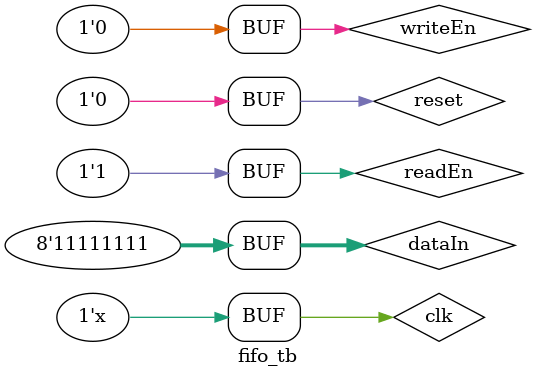
<source format=v>
`include "components/UART/fifo.v"
`timescale 1ns/1ns

module fifo_tb;
    reg [7:0] dataIn;
    reg clk = 0, writeEn = 0, readEn = 0 , reset = 0;

    // output
    wire Empty, Full; 
    wire [7:0] dataOut;

    fifo f1 (
        .clk(clk),
        .reset(reset),
        .EMPTY(Empty),
        .FULL(Full),
        .writeEn(writeEn),
        .readEn(readEn),
        .dataIn(dataIn),
        .dataOut(dataOut)
    );
    
    initial begin
        $dumpfile("fifo.vcd");
        $dumpvars(0, f1);
 
        writeEn = 1;
        dataIn = 8'd255;
        #10
        dataIn = 8'd165;
        #10
        dataIn = 8'd109;
        #10
        dataIn = 8'd165;
        #10
        dataIn = 8'd109;
        #10
        dataIn = 8'd255;
        #10
        dataIn = 8'd165;
        #10
        dataIn = 8'd109;
        #10
        dataIn = 8'd255;

        writeEn = 0;
        readEn = 1;

    end 

    always #5 clk = ~clk;
endmodule
</source>
